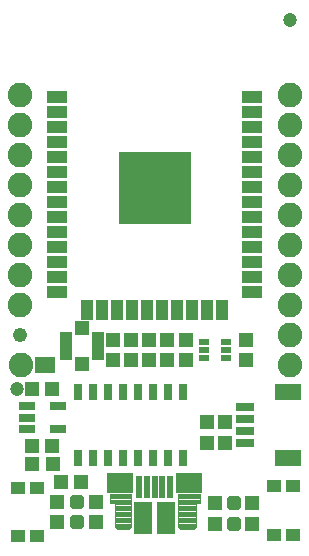
<source format=gts>
G75*
%MOIN*%
%OFA0B0*%
%FSLAX25Y25*%
%IPPOS*%
%LPD*%
%AMOC8*
5,1,8,0,0,1.08239X$1,22.5*
%
%ADD10C,0.04800*%
%ADD11R,0.04737X0.05131*%
%ADD12R,0.03398X0.01981*%
%ADD13R,0.05131X0.04737*%
%ADD14R,0.06706X0.04343*%
%ADD15R,0.04343X0.06706*%
%ADD16R,0.24422X0.24422*%
%ADD17R,0.02375X0.07690*%
%ADD18R,0.08674X0.06548*%
%ADD19R,0.06410X0.10643*%
%ADD20C,0.00400*%
%ADD21R,0.05524X0.02965*%
%ADD22R,0.08674X0.05524*%
%ADD23R,0.06115X0.03162*%
%ADD24R,0.04737X0.04343*%
%ADD25C,0.01990*%
%ADD26R,0.04146X0.09461*%
%ADD27R,0.04737X0.04934*%
%ADD28R,0.03162X0.05524*%
%ADD29C,0.08200*%
%ADD30C,0.04737*%
%ADD31R,0.03300X0.05800*%
D10*
X0107833Y0126000D03*
D11*
X0138833Y0124346D03*
X0144833Y0124346D03*
X0150833Y0124346D03*
X0156833Y0124346D03*
X0163333Y0124346D03*
X0163333Y0117654D03*
X0156833Y0117654D03*
X0150833Y0117654D03*
X0144833Y0117654D03*
X0138833Y0117654D03*
X0170333Y0096846D03*
X0176333Y0096846D03*
X0176333Y0090154D03*
X0170333Y0090154D03*
X0172833Y0069846D03*
X0172833Y0063154D03*
X0185333Y0063154D03*
X0185333Y0069846D03*
X0133333Y0070346D03*
X0133333Y0063654D03*
X0120333Y0063654D03*
X0120333Y0070346D03*
X0183333Y0117654D03*
X0183333Y0124346D03*
D12*
X0176455Y0123559D03*
X0176455Y0121000D03*
X0176455Y0118441D03*
X0169211Y0118441D03*
X0169211Y0121000D03*
X0169211Y0123559D03*
D13*
X0118680Y0108000D03*
X0111987Y0108000D03*
X0111987Y0089000D03*
X0118680Y0089000D03*
X0118780Y0083000D03*
X0121487Y0077000D03*
X0128180Y0077000D03*
X0112087Y0083000D03*
D14*
X0120400Y0140315D03*
X0120400Y0145315D03*
X0120400Y0150315D03*
X0120400Y0155315D03*
X0120400Y0160315D03*
X0120400Y0165315D03*
X0120400Y0170315D03*
X0120400Y0175315D03*
X0120400Y0180315D03*
X0120400Y0185315D03*
X0120400Y0190315D03*
X0120400Y0195315D03*
X0120400Y0200315D03*
X0120400Y0205315D03*
X0185266Y0205315D03*
X0185266Y0200315D03*
X0185266Y0195315D03*
X0185266Y0190315D03*
X0185266Y0185315D03*
X0185266Y0180315D03*
X0185266Y0175315D03*
X0185266Y0170315D03*
X0185266Y0165315D03*
X0185266Y0160315D03*
X0185266Y0155315D03*
X0185266Y0150315D03*
X0185266Y0145315D03*
X0185266Y0140315D03*
D15*
X0175333Y0134449D03*
X0170333Y0134449D03*
X0165333Y0134449D03*
X0160333Y0134449D03*
X0155333Y0134449D03*
X0150333Y0134449D03*
X0145333Y0134449D03*
X0140333Y0134449D03*
X0135333Y0134449D03*
X0130333Y0134449D03*
D16*
X0152833Y0175000D03*
D17*
X0152833Y0075500D03*
X0150274Y0075500D03*
X0147715Y0075500D03*
X0155392Y0075500D03*
X0157951Y0075500D03*
D18*
X0164251Y0076583D03*
X0141416Y0076583D03*
D19*
X0149044Y0064969D03*
X0156623Y0064969D03*
D20*
X0160707Y0065166D02*
X0166613Y0065166D01*
X0166613Y0065564D02*
X0160707Y0065564D01*
X0160707Y0065963D02*
X0166613Y0065963D01*
X0166613Y0066361D02*
X0160707Y0066361D01*
X0160707Y0066760D02*
X0166613Y0066760D01*
X0166613Y0067158D02*
X0160707Y0067158D01*
X0160707Y0067557D02*
X0166613Y0067557D01*
X0166613Y0067955D02*
X0160707Y0067955D01*
X0160707Y0068354D02*
X0166613Y0068354D01*
X0166613Y0068752D02*
X0160707Y0068752D01*
X0160707Y0069151D02*
X0166613Y0069151D01*
X0166613Y0069549D02*
X0160707Y0069549D01*
X0160707Y0069948D02*
X0167794Y0069948D01*
X0167794Y0069890D02*
X0166613Y0069890D01*
X0166613Y0062409D01*
X0166535Y0062108D01*
X0166391Y0061831D01*
X0166189Y0061593D01*
X0165940Y0061406D01*
X0165655Y0061279D01*
X0165350Y0061219D01*
X0165038Y0061228D01*
X0161888Y0061228D01*
X0161626Y0061258D01*
X0161376Y0061345D01*
X0161152Y0061486D01*
X0160965Y0061673D01*
X0160824Y0061897D01*
X0160737Y0062147D01*
X0160707Y0062409D01*
X0160707Y0073039D01*
X0167794Y0073039D01*
X0167794Y0069890D01*
X0167794Y0070346D02*
X0160707Y0070346D01*
X0160707Y0070745D02*
X0167794Y0070745D01*
X0167794Y0071143D02*
X0160707Y0071143D01*
X0160707Y0071542D02*
X0167794Y0071542D01*
X0167794Y0071940D02*
X0160707Y0071940D01*
X0160707Y0072339D02*
X0167794Y0072339D01*
X0167794Y0072737D02*
X0160707Y0072737D01*
X0160707Y0064767D02*
X0166613Y0064767D01*
X0166613Y0064369D02*
X0160707Y0064369D01*
X0160707Y0063970D02*
X0166613Y0063970D01*
X0166613Y0063572D02*
X0160707Y0063572D01*
X0160707Y0063173D02*
X0166613Y0063173D01*
X0166613Y0062775D02*
X0160707Y0062775D01*
X0160711Y0062376D02*
X0166604Y0062376D01*
X0166467Y0061978D02*
X0160796Y0061978D01*
X0161059Y0061579D02*
X0166171Y0061579D01*
X0144969Y0062492D02*
X0144908Y0062186D01*
X0144781Y0061901D01*
X0144594Y0061652D01*
X0144357Y0061450D01*
X0144080Y0061307D01*
X0143778Y0061228D01*
X0141022Y0061228D01*
X0140672Y0061268D01*
X0140339Y0061384D01*
X0140040Y0061572D01*
X0139791Y0061821D01*
X0139603Y0062120D01*
X0139487Y0062453D01*
X0139448Y0062803D01*
X0139448Y0069890D01*
X0137873Y0069890D01*
X0137873Y0073039D01*
X0144959Y0073039D01*
X0144959Y0062803D01*
X0144969Y0062492D01*
X0144946Y0062376D02*
X0139514Y0062376D01*
X0139451Y0062775D02*
X0144960Y0062775D01*
X0144959Y0063173D02*
X0139448Y0063173D01*
X0139448Y0063572D02*
X0144959Y0063572D01*
X0144959Y0063970D02*
X0139448Y0063970D01*
X0139448Y0064369D02*
X0144959Y0064369D01*
X0144959Y0064767D02*
X0139448Y0064767D01*
X0139448Y0065166D02*
X0144959Y0065166D01*
X0144959Y0065564D02*
X0139448Y0065564D01*
X0139448Y0065963D02*
X0144959Y0065963D01*
X0144959Y0066361D02*
X0139448Y0066361D01*
X0139448Y0066760D02*
X0144959Y0066760D01*
X0144959Y0067158D02*
X0139448Y0067158D01*
X0139448Y0067557D02*
X0144959Y0067557D01*
X0144959Y0067955D02*
X0139448Y0067955D01*
X0139448Y0068354D02*
X0144959Y0068354D01*
X0144959Y0068752D02*
X0139448Y0068752D01*
X0139448Y0069151D02*
X0144959Y0069151D01*
X0144959Y0069549D02*
X0139448Y0069549D01*
X0137873Y0069948D02*
X0144959Y0069948D01*
X0144959Y0070346D02*
X0137873Y0070346D01*
X0137873Y0070745D02*
X0144959Y0070745D01*
X0144959Y0071143D02*
X0137873Y0071143D01*
X0137873Y0071542D02*
X0144959Y0071542D01*
X0144959Y0071940D02*
X0137873Y0071940D01*
X0137873Y0072339D02*
X0144959Y0072339D01*
X0144959Y0072737D02*
X0137873Y0072737D01*
X0139693Y0061978D02*
X0144816Y0061978D01*
X0144509Y0061579D02*
X0140033Y0061579D01*
D21*
X0120452Y0094760D03*
X0120452Y0102240D03*
X0110215Y0102240D03*
X0110215Y0098500D03*
X0110215Y0094760D03*
D22*
X0197302Y0084976D03*
X0197302Y0107024D03*
D23*
X0182833Y0101906D03*
X0182833Y0097969D03*
X0182833Y0094031D03*
X0182833Y0090094D03*
D24*
X0107184Y0058929D03*
X0113483Y0058929D03*
X0113483Y0075071D03*
X0107184Y0075071D03*
X0192684Y0075571D03*
X0198983Y0075571D03*
X0198983Y0059429D03*
X0192684Y0059429D03*
D25*
X0180706Y0061674D02*
X0177960Y0061674D01*
X0177960Y0064420D01*
X0180706Y0064420D01*
X0180706Y0061674D01*
X0180706Y0063564D02*
X0177960Y0063564D01*
X0177960Y0068580D02*
X0180706Y0068580D01*
X0177960Y0068580D02*
X0177960Y0071326D01*
X0180706Y0071326D01*
X0180706Y0068580D01*
X0180706Y0070470D02*
X0177960Y0070470D01*
X0128206Y0069080D02*
X0125460Y0069080D01*
X0125460Y0071826D01*
X0128206Y0071826D01*
X0128206Y0069080D01*
X0128206Y0070970D02*
X0125460Y0070970D01*
X0125460Y0062174D02*
X0128206Y0062174D01*
X0125460Y0062174D02*
X0125460Y0064920D01*
X0128206Y0064920D01*
X0128206Y0062174D01*
X0128206Y0064064D02*
X0125460Y0064064D01*
D26*
X0123220Y0122300D03*
X0134047Y0122300D03*
D27*
X0128633Y0116296D03*
X0128633Y0128304D03*
D28*
X0127333Y0107024D03*
X0132333Y0107024D03*
X0137333Y0107024D03*
X0142333Y0107024D03*
X0147333Y0107024D03*
X0152333Y0107024D03*
X0157333Y0107024D03*
X0162333Y0107024D03*
X0162333Y0084976D03*
X0157333Y0084976D03*
X0152333Y0084976D03*
X0147333Y0084976D03*
X0142333Y0084976D03*
X0137333Y0084976D03*
X0132333Y0084976D03*
X0127333Y0084976D03*
D29*
X0108333Y0116000D03*
X0107833Y0136000D03*
X0107833Y0146000D03*
X0107833Y0156000D03*
X0107833Y0166000D03*
X0107833Y0176000D03*
X0107833Y0186000D03*
X0107833Y0196000D03*
X0107833Y0206000D03*
X0197833Y0206000D03*
X0197833Y0196000D03*
X0197833Y0186000D03*
X0197833Y0176000D03*
X0197833Y0166000D03*
X0197833Y0156000D03*
X0197833Y0146000D03*
X0197833Y0136000D03*
X0197833Y0126000D03*
X0197833Y0116000D03*
D30*
X0106833Y0108000D03*
X0197833Y0231000D03*
D31*
X0117933Y0116000D03*
X0114733Y0116000D03*
M02*

</source>
